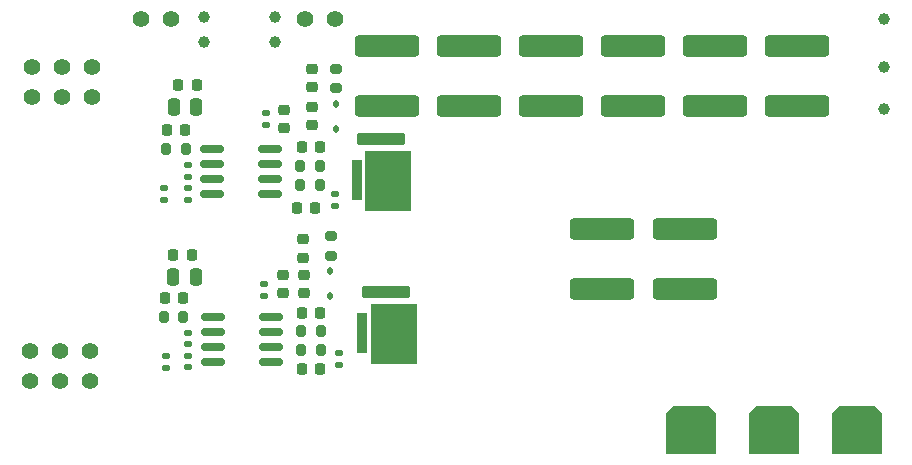
<source format=gts>
G04 #@! TF.GenerationSoftware,KiCad,Pcbnew,8.0.1*
G04 #@! TF.CreationDate,2024-04-17T20:24:04+03:00*
G04 #@! TF.ProjectId,Daughterboard,44617567-6874-4657-9262-6f6172642e6b,rev?*
G04 #@! TF.SameCoordinates,Original*
G04 #@! TF.FileFunction,Soldermask,Top*
G04 #@! TF.FilePolarity,Negative*
%FSLAX46Y46*%
G04 Gerber Fmt 4.6, Leading zero omitted, Abs format (unit mm)*
G04 Created by KiCad (PCBNEW 8.0.1) date 2024-04-17 20:24:04*
%MOMM*%
%LPD*%
G01*
G04 APERTURE LIST*
G04 Aperture macros list*
%AMRoundRect*
0 Rectangle with rounded corners*
0 $1 Rounding radius*
0 $2 $3 $4 $5 $6 $7 $8 $9 X,Y pos of 4 corners*
0 Add a 4 corners polygon primitive as box body*
4,1,4,$2,$3,$4,$5,$6,$7,$8,$9,$2,$3,0*
0 Add four circle primitives for the rounded corners*
1,1,$1+$1,$2,$3*
1,1,$1+$1,$4,$5*
1,1,$1+$1,$6,$7*
1,1,$1+$1,$8,$9*
0 Add four rect primitives between the rounded corners*
20,1,$1+$1,$2,$3,$4,$5,0*
20,1,$1+$1,$4,$5,$6,$7,0*
20,1,$1+$1,$6,$7,$8,$9,0*
20,1,$1+$1,$8,$9,$2,$3,0*%
%AMOutline5P*
0 Free polygon, 5 corners , with rotation*
0 The origin of the aperture is its center*
0 number of corners: always 5*
0 $1 to $10 corner X, Y*
0 $11 Rotation angle, in degrees counterclockwise*
0 create outline with 5 corners*
4,1,5,$1,$2,$3,$4,$5,$6,$7,$8,$9,$10,$1,$2,$11*%
%AMOutline6P*
0 Free polygon, 6 corners , with rotation*
0 The origin of the aperture is its center*
0 number of corners: always 6*
0 $1 to $12 corner X, Y*
0 $13 Rotation angle, in degrees counterclockwise*
0 create outline with 6 corners*
4,1,6,$1,$2,$3,$4,$5,$6,$7,$8,$9,$10,$11,$12,$1,$2,$13*%
%AMOutline7P*
0 Free polygon, 7 corners , with rotation*
0 The origin of the aperture is its center*
0 number of corners: always 7*
0 $1 to $14 corner X, Y*
0 $15 Rotation angle, in degrees counterclockwise*
0 create outline with 7 corners*
4,1,7,$1,$2,$3,$4,$5,$6,$7,$8,$9,$10,$11,$12,$13,$14,$1,$2,$15*%
%AMOutline8P*
0 Free polygon, 8 corners , with rotation*
0 The origin of the aperture is its center*
0 number of corners: always 8*
0 $1 to $16 corner X, Y*
0 $17 Rotation angle, in degrees counterclockwise*
0 create outline with 8 corners*
4,1,8,$1,$2,$3,$4,$5,$6,$7,$8,$9,$10,$11,$12,$13,$14,$15,$16,$1,$2,$17*%
G04 Aperture macros list end*
%ADD10RoundRect,0.140000X-0.170000X0.140000X-0.170000X-0.140000X0.170000X-0.140000X0.170000X0.140000X0*%
%ADD11RoundRect,0.135000X0.185000X-0.135000X0.185000X0.135000X-0.185000X0.135000X-0.185000X-0.135000X0*%
%ADD12RoundRect,0.200000X0.275000X-0.200000X0.275000X0.200000X-0.275000X0.200000X-0.275000X-0.200000X0*%
%ADD13RoundRect,0.250000X2.450000X-0.650000X2.450000X0.650000X-2.450000X0.650000X-2.450000X-0.650000X0*%
%ADD14RoundRect,0.135000X-0.185000X0.135000X-0.185000X-0.135000X0.185000X-0.135000X0.185000X0.135000X0*%
%ADD15RoundRect,0.225000X0.250000X-0.225000X0.250000X0.225000X-0.250000X0.225000X-0.250000X-0.225000X0*%
%ADD16C,1.000000*%
%ADD17RoundRect,0.200000X-0.200000X-0.275000X0.200000X-0.275000X0.200000X0.275000X-0.200000X0.275000X0*%
%ADD18RoundRect,0.225000X0.225000X0.250000X-0.225000X0.250000X-0.225000X-0.250000X0.225000X-0.250000X0*%
%ADD19RoundRect,0.250000X-2.450000X0.650000X-2.450000X-0.650000X2.450000X-0.650000X2.450000X0.650000X0*%
%ADD20C,1.400000*%
%ADD21RoundRect,0.140000X0.170000X-0.140000X0.170000X0.140000X-0.170000X0.140000X-0.170000X-0.140000X0*%
%ADD22RoundRect,0.150000X-0.825000X-0.150000X0.825000X-0.150000X0.825000X0.150000X-0.825000X0.150000X0*%
%ADD23C,1.397000*%
%ADD24RoundRect,0.225000X-0.225000X-0.250000X0.225000X-0.250000X0.225000X0.250000X-0.225000X0.250000X0*%
%ADD25RoundRect,0.250000X0.250000X0.475000X-0.250000X0.475000X-0.250000X-0.475000X0.250000X-0.475000X0*%
%ADD26RoundRect,0.112500X0.112500X-0.187500X0.112500X0.187500X-0.112500X0.187500X-0.112500X-0.187500X0*%
%ADD27Outline6P,-2.100000X1.435000X-1.485000X2.050000X1.485000X2.050000X2.100000X1.435000X2.100000X-2.050000X-2.100000X-2.050000X0.000000*%
%ADD28RoundRect,0.102000X-1.955000X-0.375000X1.955000X-0.375000X1.955000X0.375000X-1.955000X0.375000X0*%
%ADD29RoundRect,0.102000X-0.350000X-1.610000X0.350000X-1.610000X0.350000X1.610000X-0.350000X1.610000X0*%
%ADD30RoundRect,0.102000X-1.855000X-2.457500X1.855000X-2.457500X1.855000X2.457500X-1.855000X2.457500X0*%
G04 APERTURE END LIST*
D10*
X104400000Y-102970000D03*
X104400000Y-103930000D03*
D11*
X110900000Y-114010000D03*
X110900000Y-112990000D03*
D12*
X117000000Y-96425000D03*
X117000000Y-94775000D03*
D13*
X142100000Y-97950000D03*
X142100000Y-92850000D03*
D14*
X117225000Y-118890000D03*
X117225000Y-119910000D03*
D15*
X112600000Y-99800000D03*
X112600000Y-98250000D03*
D16*
X105800000Y-92500000D03*
D15*
X114900000Y-99550000D03*
X114900000Y-98000000D03*
D17*
X102375000Y-115800000D03*
X104025000Y-115800000D03*
D13*
X156000000Y-97950000D03*
X156000000Y-92850000D03*
D15*
X112500000Y-113775000D03*
X112500000Y-112225000D03*
D16*
X163400000Y-98200000D03*
D18*
X104750000Y-110600000D03*
X103200000Y-110600000D03*
D19*
X146500000Y-108350000D03*
X146500000Y-113450000D03*
D14*
X102400000Y-104890000D03*
X102400000Y-105910000D03*
D16*
X111800000Y-90400000D03*
D20*
X103000000Y-90600000D03*
X100460000Y-90600000D03*
D21*
X104400000Y-105880000D03*
X104400000Y-104920000D03*
D17*
X113950000Y-103000000D03*
X115600000Y-103000000D03*
D16*
X105800000Y-90400000D03*
D22*
X106425000Y-101614600D03*
X106425000Y-102884600D03*
X106425000Y-104154600D03*
X106425000Y-105424600D03*
X111375000Y-105424600D03*
X111375000Y-104154600D03*
X111375000Y-102884600D03*
X111375000Y-101614600D03*
D16*
X163400000Y-90600000D03*
D23*
X96340000Y-97140000D03*
X96340000Y-94600000D03*
X93800000Y-97140000D03*
X93800000Y-94600000D03*
X91260000Y-97140000D03*
X91260000Y-94600000D03*
D13*
X149050000Y-97950000D03*
X149050000Y-92850000D03*
D17*
X113950000Y-104600000D03*
X115600000Y-104600000D03*
D11*
X111000000Y-99560000D03*
X111000000Y-98540000D03*
D14*
X102600000Y-119090000D03*
X102600000Y-120110000D03*
D24*
X114050000Y-120200000D03*
X115600000Y-120200000D03*
D13*
X128200000Y-97950000D03*
X128200000Y-92850000D03*
D17*
X114000000Y-118600000D03*
X115650000Y-118600000D03*
D15*
X114225000Y-113775000D03*
X114225000Y-112225000D03*
D24*
X113625000Y-106600000D03*
X115175000Y-106600000D03*
D21*
X104425000Y-120080000D03*
X104425000Y-119120000D03*
D16*
X111800000Y-92500000D03*
D17*
X102575000Y-101600000D03*
X104225000Y-101600000D03*
D25*
X105100000Y-112400000D03*
X103200000Y-112400000D03*
D24*
X114050000Y-101450000D03*
X115600000Y-101450000D03*
D18*
X104200000Y-100000000D03*
X102650000Y-100000000D03*
D14*
X116900000Y-105380000D03*
X116900000Y-106400000D03*
D18*
X105175000Y-96200000D03*
X103625000Y-96200000D03*
D13*
X121250000Y-97950000D03*
X121250000Y-92850000D03*
D15*
X114900000Y-96375000D03*
X114900000Y-94825000D03*
D19*
X139500000Y-108350000D03*
X139500000Y-113450000D03*
D18*
X104000000Y-114200000D03*
X102450000Y-114200000D03*
D13*
X135150000Y-97950000D03*
X135150000Y-92850000D03*
D25*
X105150000Y-98000000D03*
X103250000Y-98000000D03*
D24*
X114050000Y-115500000D03*
X115600000Y-115500000D03*
D26*
X117000000Y-99900000D03*
X117000000Y-97800000D03*
D16*
X163400000Y-94600000D03*
D23*
X96132100Y-121189700D03*
X96132100Y-118649700D03*
X93592100Y-121189700D03*
X93592100Y-118649700D03*
X91052100Y-121189700D03*
X91052100Y-118649700D03*
D27*
X147052100Y-125349700D03*
X154052100Y-125349700D03*
X161052100Y-125349700D03*
D28*
X120755000Y-100715000D03*
D29*
X118750000Y-104250000D03*
D30*
X121405000Y-104297500D03*
D28*
X121205000Y-113665000D03*
D29*
X119200000Y-117200000D03*
D30*
X121855000Y-117247500D03*
D26*
X116425000Y-114050000D03*
X116425000Y-111950000D03*
D20*
X114350000Y-90600000D03*
X116890000Y-90600000D03*
D10*
X104425000Y-117120000D03*
X104425000Y-118080000D03*
D12*
X116500000Y-110625000D03*
X116500000Y-108975000D03*
D15*
X114200000Y-110775000D03*
X114200000Y-109225000D03*
D22*
X106520000Y-115845000D03*
X106520000Y-117115000D03*
X106520000Y-118385000D03*
X106520000Y-119655000D03*
X111470000Y-119655000D03*
X111470000Y-118385000D03*
X111470000Y-117115000D03*
X111470000Y-115845000D03*
D17*
X114000000Y-117000000D03*
X115650000Y-117000000D03*
M02*

</source>
